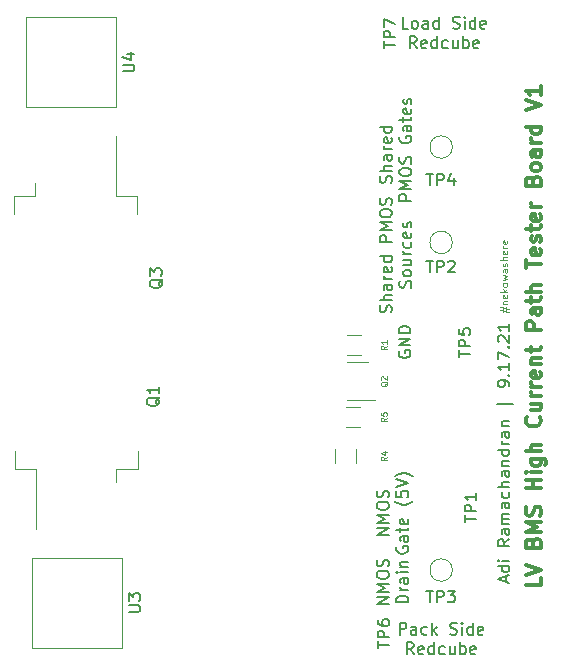
<source format=gbr>
G04 #@! TF.GenerationSoftware,KiCad,Pcbnew,(5.1.10-1-10_14)*
G04 #@! TF.CreationDate,2021-09-30T23:38:58-04:00*
G04 #@! TF.ProjectId,lv_bms_tester_board,6c765f62-6d73-45f7-9465-737465725f62,rev?*
G04 #@! TF.SameCoordinates,Original*
G04 #@! TF.FileFunction,Legend,Top*
G04 #@! TF.FilePolarity,Positive*
%FSLAX46Y46*%
G04 Gerber Fmt 4.6, Leading zero omitted, Abs format (unit mm)*
G04 Created by KiCad (PCBNEW (5.1.10-1-10_14)) date 2021-09-30 23:38:58*
%MOMM*%
%LPD*%
G01*
G04 APERTURE LIST*
%ADD10C,0.150000*%
%ADD11C,0.325000*%
%ADD12C,0.075000*%
%ADD13C,0.120000*%
%ADD14C,0.110000*%
%ADD15C,0.125000*%
G04 APERTURE END LIST*
D10*
X146844190Y-131199380D02*
X146844190Y-130199380D01*
X147225142Y-130199380D01*
X147320380Y-130247000D01*
X147368000Y-130294619D01*
X147415619Y-130389857D01*
X147415619Y-130532714D01*
X147368000Y-130627952D01*
X147320380Y-130675571D01*
X147225142Y-130723190D01*
X146844190Y-130723190D01*
X148272761Y-131199380D02*
X148272761Y-130675571D01*
X148225142Y-130580333D01*
X148129904Y-130532714D01*
X147939428Y-130532714D01*
X147844190Y-130580333D01*
X148272761Y-131151761D02*
X148177523Y-131199380D01*
X147939428Y-131199380D01*
X147844190Y-131151761D01*
X147796571Y-131056523D01*
X147796571Y-130961285D01*
X147844190Y-130866047D01*
X147939428Y-130818428D01*
X148177523Y-130818428D01*
X148272761Y-130770809D01*
X149177523Y-131151761D02*
X149082285Y-131199380D01*
X148891809Y-131199380D01*
X148796571Y-131151761D01*
X148748952Y-131104142D01*
X148701333Y-131008904D01*
X148701333Y-130723190D01*
X148748952Y-130627952D01*
X148796571Y-130580333D01*
X148891809Y-130532714D01*
X149082285Y-130532714D01*
X149177523Y-130580333D01*
X149606095Y-131199380D02*
X149606095Y-130199380D01*
X149701333Y-130818428D02*
X149987047Y-131199380D01*
X149987047Y-130532714D02*
X149606095Y-130913666D01*
X151129904Y-131151761D02*
X151272761Y-131199380D01*
X151510857Y-131199380D01*
X151606095Y-131151761D01*
X151653714Y-131104142D01*
X151701333Y-131008904D01*
X151701333Y-130913666D01*
X151653714Y-130818428D01*
X151606095Y-130770809D01*
X151510857Y-130723190D01*
X151320380Y-130675571D01*
X151225142Y-130627952D01*
X151177523Y-130580333D01*
X151129904Y-130485095D01*
X151129904Y-130389857D01*
X151177523Y-130294619D01*
X151225142Y-130247000D01*
X151320380Y-130199380D01*
X151558476Y-130199380D01*
X151701333Y-130247000D01*
X152129904Y-131199380D02*
X152129904Y-130532714D01*
X152129904Y-130199380D02*
X152082285Y-130247000D01*
X152129904Y-130294619D01*
X152177523Y-130247000D01*
X152129904Y-130199380D01*
X152129904Y-130294619D01*
X153034666Y-131199380D02*
X153034666Y-130199380D01*
X153034666Y-131151761D02*
X152939428Y-131199380D01*
X152748952Y-131199380D01*
X152653714Y-131151761D01*
X152606095Y-131104142D01*
X152558476Y-131008904D01*
X152558476Y-130723190D01*
X152606095Y-130627952D01*
X152653714Y-130580333D01*
X152748952Y-130532714D01*
X152939428Y-130532714D01*
X153034666Y-130580333D01*
X153891809Y-131151761D02*
X153796571Y-131199380D01*
X153606095Y-131199380D01*
X153510857Y-131151761D01*
X153463238Y-131056523D01*
X153463238Y-130675571D01*
X153510857Y-130580333D01*
X153606095Y-130532714D01*
X153796571Y-130532714D01*
X153891809Y-130580333D01*
X153939428Y-130675571D01*
X153939428Y-130770809D01*
X153463238Y-130866047D01*
X148034666Y-132849380D02*
X147701333Y-132373190D01*
X147463238Y-132849380D02*
X147463238Y-131849380D01*
X147844190Y-131849380D01*
X147939428Y-131897000D01*
X147987047Y-131944619D01*
X148034666Y-132039857D01*
X148034666Y-132182714D01*
X147987047Y-132277952D01*
X147939428Y-132325571D01*
X147844190Y-132373190D01*
X147463238Y-132373190D01*
X148844190Y-132801761D02*
X148748952Y-132849380D01*
X148558476Y-132849380D01*
X148463238Y-132801761D01*
X148415619Y-132706523D01*
X148415619Y-132325571D01*
X148463238Y-132230333D01*
X148558476Y-132182714D01*
X148748952Y-132182714D01*
X148844190Y-132230333D01*
X148891809Y-132325571D01*
X148891809Y-132420809D01*
X148415619Y-132516047D01*
X149748952Y-132849380D02*
X149748952Y-131849380D01*
X149748952Y-132801761D02*
X149653714Y-132849380D01*
X149463238Y-132849380D01*
X149368000Y-132801761D01*
X149320380Y-132754142D01*
X149272761Y-132658904D01*
X149272761Y-132373190D01*
X149320380Y-132277952D01*
X149368000Y-132230333D01*
X149463238Y-132182714D01*
X149653714Y-132182714D01*
X149748952Y-132230333D01*
X150653714Y-132801761D02*
X150558476Y-132849380D01*
X150368000Y-132849380D01*
X150272761Y-132801761D01*
X150225142Y-132754142D01*
X150177523Y-132658904D01*
X150177523Y-132373190D01*
X150225142Y-132277952D01*
X150272761Y-132230333D01*
X150368000Y-132182714D01*
X150558476Y-132182714D01*
X150653714Y-132230333D01*
X151510857Y-132182714D02*
X151510857Y-132849380D01*
X151082285Y-132182714D02*
X151082285Y-132706523D01*
X151129904Y-132801761D01*
X151225142Y-132849380D01*
X151368000Y-132849380D01*
X151463238Y-132801761D01*
X151510857Y-132754142D01*
X151987047Y-132849380D02*
X151987047Y-131849380D01*
X151987047Y-132230333D02*
X152082285Y-132182714D01*
X152272761Y-132182714D01*
X152368000Y-132230333D01*
X152415619Y-132277952D01*
X152463238Y-132373190D01*
X152463238Y-132658904D01*
X152415619Y-132754142D01*
X152368000Y-132801761D01*
X152272761Y-132849380D01*
X152082285Y-132849380D01*
X151987047Y-132801761D01*
X153272761Y-132801761D02*
X153177523Y-132849380D01*
X152987047Y-132849380D01*
X152891809Y-132801761D01*
X152844190Y-132706523D01*
X152844190Y-132325571D01*
X152891809Y-132230333D01*
X152987047Y-132182714D01*
X153177523Y-132182714D01*
X153272761Y-132230333D01*
X153320380Y-132325571D01*
X153320380Y-132420809D01*
X152844190Y-132516047D01*
X147598190Y-79891380D02*
X147122000Y-79891380D01*
X147122000Y-78891380D01*
X148074380Y-79891380D02*
X147979142Y-79843761D01*
X147931523Y-79796142D01*
X147883904Y-79700904D01*
X147883904Y-79415190D01*
X147931523Y-79319952D01*
X147979142Y-79272333D01*
X148074380Y-79224714D01*
X148217238Y-79224714D01*
X148312476Y-79272333D01*
X148360095Y-79319952D01*
X148407714Y-79415190D01*
X148407714Y-79700904D01*
X148360095Y-79796142D01*
X148312476Y-79843761D01*
X148217238Y-79891380D01*
X148074380Y-79891380D01*
X149264857Y-79891380D02*
X149264857Y-79367571D01*
X149217238Y-79272333D01*
X149122000Y-79224714D01*
X148931523Y-79224714D01*
X148836285Y-79272333D01*
X149264857Y-79843761D02*
X149169619Y-79891380D01*
X148931523Y-79891380D01*
X148836285Y-79843761D01*
X148788666Y-79748523D01*
X148788666Y-79653285D01*
X148836285Y-79558047D01*
X148931523Y-79510428D01*
X149169619Y-79510428D01*
X149264857Y-79462809D01*
X150169619Y-79891380D02*
X150169619Y-78891380D01*
X150169619Y-79843761D02*
X150074380Y-79891380D01*
X149883904Y-79891380D01*
X149788666Y-79843761D01*
X149741047Y-79796142D01*
X149693428Y-79700904D01*
X149693428Y-79415190D01*
X149741047Y-79319952D01*
X149788666Y-79272333D01*
X149883904Y-79224714D01*
X150074380Y-79224714D01*
X150169619Y-79272333D01*
X151360095Y-79843761D02*
X151502952Y-79891380D01*
X151741047Y-79891380D01*
X151836285Y-79843761D01*
X151883904Y-79796142D01*
X151931523Y-79700904D01*
X151931523Y-79605666D01*
X151883904Y-79510428D01*
X151836285Y-79462809D01*
X151741047Y-79415190D01*
X151550571Y-79367571D01*
X151455333Y-79319952D01*
X151407714Y-79272333D01*
X151360095Y-79177095D01*
X151360095Y-79081857D01*
X151407714Y-78986619D01*
X151455333Y-78939000D01*
X151550571Y-78891380D01*
X151788666Y-78891380D01*
X151931523Y-78939000D01*
X152360095Y-79891380D02*
X152360095Y-79224714D01*
X152360095Y-78891380D02*
X152312476Y-78939000D01*
X152360095Y-78986619D01*
X152407714Y-78939000D01*
X152360095Y-78891380D01*
X152360095Y-78986619D01*
X153264857Y-79891380D02*
X153264857Y-78891380D01*
X153264857Y-79843761D02*
X153169619Y-79891380D01*
X152979142Y-79891380D01*
X152883904Y-79843761D01*
X152836285Y-79796142D01*
X152788666Y-79700904D01*
X152788666Y-79415190D01*
X152836285Y-79319952D01*
X152883904Y-79272333D01*
X152979142Y-79224714D01*
X153169619Y-79224714D01*
X153264857Y-79272333D01*
X154122000Y-79843761D02*
X154026761Y-79891380D01*
X153836285Y-79891380D01*
X153741047Y-79843761D01*
X153693428Y-79748523D01*
X153693428Y-79367571D01*
X153741047Y-79272333D01*
X153836285Y-79224714D01*
X154026761Y-79224714D01*
X154122000Y-79272333D01*
X154169619Y-79367571D01*
X154169619Y-79462809D01*
X153693428Y-79558047D01*
X148288666Y-81541380D02*
X147955333Y-81065190D01*
X147717238Y-81541380D02*
X147717238Y-80541380D01*
X148098190Y-80541380D01*
X148193428Y-80589000D01*
X148241047Y-80636619D01*
X148288666Y-80731857D01*
X148288666Y-80874714D01*
X148241047Y-80969952D01*
X148193428Y-81017571D01*
X148098190Y-81065190D01*
X147717238Y-81065190D01*
X149098190Y-81493761D02*
X149002952Y-81541380D01*
X148812476Y-81541380D01*
X148717238Y-81493761D01*
X148669619Y-81398523D01*
X148669619Y-81017571D01*
X148717238Y-80922333D01*
X148812476Y-80874714D01*
X149002952Y-80874714D01*
X149098190Y-80922333D01*
X149145809Y-81017571D01*
X149145809Y-81112809D01*
X148669619Y-81208047D01*
X150002952Y-81541380D02*
X150002952Y-80541380D01*
X150002952Y-81493761D02*
X149907714Y-81541380D01*
X149717238Y-81541380D01*
X149622000Y-81493761D01*
X149574380Y-81446142D01*
X149526761Y-81350904D01*
X149526761Y-81065190D01*
X149574380Y-80969952D01*
X149622000Y-80922333D01*
X149717238Y-80874714D01*
X149907714Y-80874714D01*
X150002952Y-80922333D01*
X150907714Y-81493761D02*
X150812476Y-81541380D01*
X150622000Y-81541380D01*
X150526761Y-81493761D01*
X150479142Y-81446142D01*
X150431523Y-81350904D01*
X150431523Y-81065190D01*
X150479142Y-80969952D01*
X150526761Y-80922333D01*
X150622000Y-80874714D01*
X150812476Y-80874714D01*
X150907714Y-80922333D01*
X151764857Y-80874714D02*
X151764857Y-81541380D01*
X151336285Y-80874714D02*
X151336285Y-81398523D01*
X151383904Y-81493761D01*
X151479142Y-81541380D01*
X151622000Y-81541380D01*
X151717238Y-81493761D01*
X151764857Y-81446142D01*
X152241047Y-81541380D02*
X152241047Y-80541380D01*
X152241047Y-80922333D02*
X152336285Y-80874714D01*
X152526761Y-80874714D01*
X152622000Y-80922333D01*
X152669619Y-80969952D01*
X152717238Y-81065190D01*
X152717238Y-81350904D01*
X152669619Y-81446142D01*
X152622000Y-81493761D01*
X152526761Y-81541380D01*
X152336285Y-81541380D01*
X152241047Y-81493761D01*
X153526761Y-81493761D02*
X153431523Y-81541380D01*
X153241047Y-81541380D01*
X153145809Y-81493761D01*
X153098190Y-81398523D01*
X153098190Y-81017571D01*
X153145809Y-80922333D01*
X153241047Y-80874714D01*
X153431523Y-80874714D01*
X153526761Y-80922333D01*
X153574380Y-81017571D01*
X153574380Y-81112809D01*
X153098190Y-81208047D01*
X155868666Y-126752571D02*
X155868666Y-126276380D01*
X156154380Y-126847809D02*
X155154380Y-126514476D01*
X156154380Y-126181142D01*
X156154380Y-125419238D02*
X155154380Y-125419238D01*
X156106761Y-125419238D02*
X156154380Y-125514476D01*
X156154380Y-125704952D01*
X156106761Y-125800190D01*
X156059142Y-125847809D01*
X155963904Y-125895428D01*
X155678190Y-125895428D01*
X155582952Y-125847809D01*
X155535333Y-125800190D01*
X155487714Y-125704952D01*
X155487714Y-125514476D01*
X155535333Y-125419238D01*
X156154380Y-124943047D02*
X155487714Y-124943047D01*
X155154380Y-124943047D02*
X155202000Y-124990666D01*
X155249619Y-124943047D01*
X155202000Y-124895428D01*
X155154380Y-124943047D01*
X155249619Y-124943047D01*
X156154380Y-123133523D02*
X155678190Y-123466857D01*
X156154380Y-123704952D02*
X155154380Y-123704952D01*
X155154380Y-123324000D01*
X155202000Y-123228761D01*
X155249619Y-123181142D01*
X155344857Y-123133523D01*
X155487714Y-123133523D01*
X155582952Y-123181142D01*
X155630571Y-123228761D01*
X155678190Y-123324000D01*
X155678190Y-123704952D01*
X156154380Y-122276380D02*
X155630571Y-122276380D01*
X155535333Y-122324000D01*
X155487714Y-122419238D01*
X155487714Y-122609714D01*
X155535333Y-122704952D01*
X156106761Y-122276380D02*
X156154380Y-122371619D01*
X156154380Y-122609714D01*
X156106761Y-122704952D01*
X156011523Y-122752571D01*
X155916285Y-122752571D01*
X155821047Y-122704952D01*
X155773428Y-122609714D01*
X155773428Y-122371619D01*
X155725809Y-122276380D01*
X156154380Y-121800190D02*
X155487714Y-121800190D01*
X155582952Y-121800190D02*
X155535333Y-121752571D01*
X155487714Y-121657333D01*
X155487714Y-121514476D01*
X155535333Y-121419238D01*
X155630571Y-121371619D01*
X156154380Y-121371619D01*
X155630571Y-121371619D02*
X155535333Y-121324000D01*
X155487714Y-121228761D01*
X155487714Y-121085904D01*
X155535333Y-120990666D01*
X155630571Y-120943047D01*
X156154380Y-120943047D01*
X156154380Y-120038285D02*
X155630571Y-120038285D01*
X155535333Y-120085904D01*
X155487714Y-120181142D01*
X155487714Y-120371619D01*
X155535333Y-120466857D01*
X156106761Y-120038285D02*
X156154380Y-120133523D01*
X156154380Y-120371619D01*
X156106761Y-120466857D01*
X156011523Y-120514476D01*
X155916285Y-120514476D01*
X155821047Y-120466857D01*
X155773428Y-120371619D01*
X155773428Y-120133523D01*
X155725809Y-120038285D01*
X156106761Y-119133523D02*
X156154380Y-119228761D01*
X156154380Y-119419238D01*
X156106761Y-119514476D01*
X156059142Y-119562095D01*
X155963904Y-119609714D01*
X155678190Y-119609714D01*
X155582952Y-119562095D01*
X155535333Y-119514476D01*
X155487714Y-119419238D01*
X155487714Y-119228761D01*
X155535333Y-119133523D01*
X156154380Y-118704952D02*
X155154380Y-118704952D01*
X156154380Y-118276380D02*
X155630571Y-118276380D01*
X155535333Y-118324000D01*
X155487714Y-118419238D01*
X155487714Y-118562095D01*
X155535333Y-118657333D01*
X155582952Y-118704952D01*
X156154380Y-117371619D02*
X155630571Y-117371619D01*
X155535333Y-117419238D01*
X155487714Y-117514476D01*
X155487714Y-117704952D01*
X155535333Y-117800190D01*
X156106761Y-117371619D02*
X156154380Y-117466857D01*
X156154380Y-117704952D01*
X156106761Y-117800190D01*
X156011523Y-117847809D01*
X155916285Y-117847809D01*
X155821047Y-117800190D01*
X155773428Y-117704952D01*
X155773428Y-117466857D01*
X155725809Y-117371619D01*
X155487714Y-116895428D02*
X156154380Y-116895428D01*
X155582952Y-116895428D02*
X155535333Y-116847809D01*
X155487714Y-116752571D01*
X155487714Y-116609714D01*
X155535333Y-116514476D01*
X155630571Y-116466857D01*
X156154380Y-116466857D01*
X156154380Y-115562095D02*
X155154380Y-115562095D01*
X156106761Y-115562095D02*
X156154380Y-115657333D01*
X156154380Y-115847809D01*
X156106761Y-115943047D01*
X156059142Y-115990666D01*
X155963904Y-116038285D01*
X155678190Y-116038285D01*
X155582952Y-115990666D01*
X155535333Y-115943047D01*
X155487714Y-115847809D01*
X155487714Y-115657333D01*
X155535333Y-115562095D01*
X156154380Y-115085904D02*
X155487714Y-115085904D01*
X155678190Y-115085904D02*
X155582952Y-115038285D01*
X155535333Y-114990666D01*
X155487714Y-114895428D01*
X155487714Y-114800190D01*
X156154380Y-114038285D02*
X155630571Y-114038285D01*
X155535333Y-114085904D01*
X155487714Y-114181142D01*
X155487714Y-114371619D01*
X155535333Y-114466857D01*
X156106761Y-114038285D02*
X156154380Y-114133523D01*
X156154380Y-114371619D01*
X156106761Y-114466857D01*
X156011523Y-114514476D01*
X155916285Y-114514476D01*
X155821047Y-114466857D01*
X155773428Y-114371619D01*
X155773428Y-114133523D01*
X155725809Y-114038285D01*
X155487714Y-113562095D02*
X156154380Y-113562095D01*
X155582952Y-113562095D02*
X155535333Y-113514476D01*
X155487714Y-113419238D01*
X155487714Y-113276380D01*
X155535333Y-113181142D01*
X155630571Y-113133523D01*
X156154380Y-113133523D01*
X156487714Y-111657333D02*
X155059142Y-111657333D01*
X156154380Y-110133523D02*
X156154380Y-109943047D01*
X156106761Y-109847809D01*
X156059142Y-109800190D01*
X155916285Y-109704952D01*
X155725809Y-109657333D01*
X155344857Y-109657333D01*
X155249619Y-109704952D01*
X155202000Y-109752571D01*
X155154380Y-109847809D01*
X155154380Y-110038285D01*
X155202000Y-110133523D01*
X155249619Y-110181142D01*
X155344857Y-110228761D01*
X155582952Y-110228761D01*
X155678190Y-110181142D01*
X155725809Y-110133523D01*
X155773428Y-110038285D01*
X155773428Y-109847809D01*
X155725809Y-109752571D01*
X155678190Y-109704952D01*
X155582952Y-109657333D01*
X156059142Y-109228761D02*
X156106761Y-109181142D01*
X156154380Y-109228761D01*
X156106761Y-109276380D01*
X156059142Y-109228761D01*
X156154380Y-109228761D01*
X156154380Y-108228761D02*
X156154380Y-108800190D01*
X156154380Y-108514476D02*
X155154380Y-108514476D01*
X155297238Y-108609714D01*
X155392476Y-108704952D01*
X155440095Y-108800190D01*
X155154380Y-107895428D02*
X155154380Y-107228761D01*
X156154380Y-107657333D01*
X156059142Y-106847809D02*
X156106761Y-106800190D01*
X156154380Y-106847809D01*
X156106761Y-106895428D01*
X156059142Y-106847809D01*
X156154380Y-106847809D01*
X155249619Y-106419238D02*
X155202000Y-106371619D01*
X155154380Y-106276380D01*
X155154380Y-106038285D01*
X155202000Y-105943047D01*
X155249619Y-105895428D01*
X155344857Y-105847809D01*
X155440095Y-105847809D01*
X155582952Y-105895428D01*
X156154380Y-106466857D01*
X156154380Y-105847809D01*
X156154380Y-104895428D02*
X156154380Y-105466857D01*
X156154380Y-105181142D02*
X155154380Y-105181142D01*
X155297238Y-105276380D01*
X155392476Y-105371619D01*
X155440095Y-105466857D01*
D11*
X158830095Y-126377523D02*
X158830095Y-126996571D01*
X157530095Y-126996571D01*
X157530095Y-126129904D02*
X158830095Y-125696571D01*
X157530095Y-125263238D01*
X158149142Y-123406095D02*
X158211047Y-123220380D01*
X158272952Y-123158476D01*
X158396761Y-123096571D01*
X158582476Y-123096571D01*
X158706285Y-123158476D01*
X158768190Y-123220380D01*
X158830095Y-123344190D01*
X158830095Y-123839428D01*
X157530095Y-123839428D01*
X157530095Y-123406095D01*
X157592000Y-123282285D01*
X157653904Y-123220380D01*
X157777714Y-123158476D01*
X157901523Y-123158476D01*
X158025333Y-123220380D01*
X158087238Y-123282285D01*
X158149142Y-123406095D01*
X158149142Y-123839428D01*
X158830095Y-122539428D02*
X157530095Y-122539428D01*
X158458666Y-122106095D01*
X157530095Y-121672761D01*
X158830095Y-121672761D01*
X158768190Y-121115619D02*
X158830095Y-120929904D01*
X158830095Y-120620380D01*
X158768190Y-120496571D01*
X158706285Y-120434666D01*
X158582476Y-120372761D01*
X158458666Y-120372761D01*
X158334857Y-120434666D01*
X158272952Y-120496571D01*
X158211047Y-120620380D01*
X158149142Y-120868000D01*
X158087238Y-120991809D01*
X158025333Y-121053714D01*
X157901523Y-121115619D01*
X157777714Y-121115619D01*
X157653904Y-121053714D01*
X157592000Y-120991809D01*
X157530095Y-120868000D01*
X157530095Y-120558476D01*
X157592000Y-120372761D01*
X158830095Y-118825142D02*
X157530095Y-118825142D01*
X158149142Y-118825142D02*
X158149142Y-118082285D01*
X158830095Y-118082285D02*
X157530095Y-118082285D01*
X158830095Y-117463238D02*
X157963428Y-117463238D01*
X157530095Y-117463238D02*
X157592000Y-117525142D01*
X157653904Y-117463238D01*
X157592000Y-117401333D01*
X157530095Y-117463238D01*
X157653904Y-117463238D01*
X157963428Y-116287047D02*
X159015809Y-116287047D01*
X159139619Y-116348952D01*
X159201523Y-116410857D01*
X159263428Y-116534666D01*
X159263428Y-116720380D01*
X159201523Y-116844190D01*
X158768190Y-116287047D02*
X158830095Y-116410857D01*
X158830095Y-116658476D01*
X158768190Y-116782285D01*
X158706285Y-116844190D01*
X158582476Y-116906095D01*
X158211047Y-116906095D01*
X158087238Y-116844190D01*
X158025333Y-116782285D01*
X157963428Y-116658476D01*
X157963428Y-116410857D01*
X158025333Y-116287047D01*
X158830095Y-115668000D02*
X157530095Y-115668000D01*
X158830095Y-115110857D02*
X158149142Y-115110857D01*
X158025333Y-115172761D01*
X157963428Y-115296571D01*
X157963428Y-115482285D01*
X158025333Y-115606095D01*
X158087238Y-115668000D01*
X158706285Y-112758476D02*
X158768190Y-112820380D01*
X158830095Y-113006095D01*
X158830095Y-113129904D01*
X158768190Y-113315619D01*
X158644380Y-113439428D01*
X158520571Y-113501333D01*
X158272952Y-113563238D01*
X158087238Y-113563238D01*
X157839619Y-113501333D01*
X157715809Y-113439428D01*
X157592000Y-113315619D01*
X157530095Y-113129904D01*
X157530095Y-113006095D01*
X157592000Y-112820380D01*
X157653904Y-112758476D01*
X157963428Y-111644190D02*
X158830095Y-111644190D01*
X157963428Y-112201333D02*
X158644380Y-112201333D01*
X158768190Y-112139428D01*
X158830095Y-112015619D01*
X158830095Y-111829904D01*
X158768190Y-111706095D01*
X158706285Y-111644190D01*
X158830095Y-111025142D02*
X157963428Y-111025142D01*
X158211047Y-111025142D02*
X158087238Y-110963238D01*
X158025333Y-110901333D01*
X157963428Y-110777523D01*
X157963428Y-110653714D01*
X158830095Y-110220380D02*
X157963428Y-110220380D01*
X158211047Y-110220380D02*
X158087238Y-110158476D01*
X158025333Y-110096571D01*
X157963428Y-109972761D01*
X157963428Y-109848952D01*
X158768190Y-108920380D02*
X158830095Y-109044190D01*
X158830095Y-109291809D01*
X158768190Y-109415619D01*
X158644380Y-109477523D01*
X158149142Y-109477523D01*
X158025333Y-109415619D01*
X157963428Y-109291809D01*
X157963428Y-109044190D01*
X158025333Y-108920380D01*
X158149142Y-108858476D01*
X158272952Y-108858476D01*
X158396761Y-109477523D01*
X157963428Y-108301333D02*
X158830095Y-108301333D01*
X158087238Y-108301333D02*
X158025333Y-108239428D01*
X157963428Y-108115619D01*
X157963428Y-107929904D01*
X158025333Y-107806095D01*
X158149142Y-107744190D01*
X158830095Y-107744190D01*
X157963428Y-107310857D02*
X157963428Y-106815619D01*
X157530095Y-107125142D02*
X158644380Y-107125142D01*
X158768190Y-107063238D01*
X158830095Y-106939428D01*
X158830095Y-106815619D01*
X158830095Y-105391809D02*
X157530095Y-105391809D01*
X157530095Y-104896571D01*
X157592000Y-104772761D01*
X157653904Y-104710857D01*
X157777714Y-104648952D01*
X157963428Y-104648952D01*
X158087238Y-104710857D01*
X158149142Y-104772761D01*
X158211047Y-104896571D01*
X158211047Y-105391809D01*
X158830095Y-103534666D02*
X158149142Y-103534666D01*
X158025333Y-103596571D01*
X157963428Y-103720380D01*
X157963428Y-103968000D01*
X158025333Y-104091809D01*
X158768190Y-103534666D02*
X158830095Y-103658476D01*
X158830095Y-103968000D01*
X158768190Y-104091809D01*
X158644380Y-104153714D01*
X158520571Y-104153714D01*
X158396761Y-104091809D01*
X158334857Y-103968000D01*
X158334857Y-103658476D01*
X158272952Y-103534666D01*
X157963428Y-103101333D02*
X157963428Y-102606095D01*
X157530095Y-102915619D02*
X158644380Y-102915619D01*
X158768190Y-102853714D01*
X158830095Y-102729904D01*
X158830095Y-102606095D01*
X158830095Y-102172761D02*
X157530095Y-102172761D01*
X158830095Y-101615619D02*
X158149142Y-101615619D01*
X158025333Y-101677523D01*
X157963428Y-101801333D01*
X157963428Y-101987047D01*
X158025333Y-102110857D01*
X158087238Y-102172761D01*
X157530095Y-100191809D02*
X157530095Y-99448952D01*
X158830095Y-99820380D02*
X157530095Y-99820380D01*
X158768190Y-98520380D02*
X158830095Y-98644190D01*
X158830095Y-98891809D01*
X158768190Y-99015619D01*
X158644380Y-99077523D01*
X158149142Y-99077523D01*
X158025333Y-99015619D01*
X157963428Y-98891809D01*
X157963428Y-98644190D01*
X158025333Y-98520380D01*
X158149142Y-98458476D01*
X158272952Y-98458476D01*
X158396761Y-99077523D01*
X158768190Y-97963238D02*
X158830095Y-97839428D01*
X158830095Y-97591809D01*
X158768190Y-97468000D01*
X158644380Y-97406095D01*
X158582476Y-97406095D01*
X158458666Y-97468000D01*
X158396761Y-97591809D01*
X158396761Y-97777523D01*
X158334857Y-97901333D01*
X158211047Y-97963238D01*
X158149142Y-97963238D01*
X158025333Y-97901333D01*
X157963428Y-97777523D01*
X157963428Y-97591809D01*
X158025333Y-97468000D01*
X157963428Y-97034666D02*
X157963428Y-96539428D01*
X157530095Y-96848952D02*
X158644380Y-96848952D01*
X158768190Y-96787047D01*
X158830095Y-96663238D01*
X158830095Y-96539428D01*
X158768190Y-95610857D02*
X158830095Y-95734666D01*
X158830095Y-95982285D01*
X158768190Y-96106095D01*
X158644380Y-96168000D01*
X158149142Y-96168000D01*
X158025333Y-96106095D01*
X157963428Y-95982285D01*
X157963428Y-95734666D01*
X158025333Y-95610857D01*
X158149142Y-95548952D01*
X158272952Y-95548952D01*
X158396761Y-96168000D01*
X158830095Y-94991809D02*
X157963428Y-94991809D01*
X158211047Y-94991809D02*
X158087238Y-94929904D01*
X158025333Y-94868000D01*
X157963428Y-94744190D01*
X157963428Y-94620380D01*
X158149142Y-92763238D02*
X158211047Y-92577523D01*
X158272952Y-92515619D01*
X158396761Y-92453714D01*
X158582476Y-92453714D01*
X158706285Y-92515619D01*
X158768190Y-92577523D01*
X158830095Y-92701333D01*
X158830095Y-93196571D01*
X157530095Y-93196571D01*
X157530095Y-92763238D01*
X157592000Y-92639428D01*
X157653904Y-92577523D01*
X157777714Y-92515619D01*
X157901523Y-92515619D01*
X158025333Y-92577523D01*
X158087238Y-92639428D01*
X158149142Y-92763238D01*
X158149142Y-93196571D01*
X158830095Y-91710857D02*
X158768190Y-91834666D01*
X158706285Y-91896571D01*
X158582476Y-91958476D01*
X158211047Y-91958476D01*
X158087238Y-91896571D01*
X158025333Y-91834666D01*
X157963428Y-91710857D01*
X157963428Y-91525142D01*
X158025333Y-91401333D01*
X158087238Y-91339428D01*
X158211047Y-91277523D01*
X158582476Y-91277523D01*
X158706285Y-91339428D01*
X158768190Y-91401333D01*
X158830095Y-91525142D01*
X158830095Y-91710857D01*
X158830095Y-90163238D02*
X158149142Y-90163238D01*
X158025333Y-90225142D01*
X157963428Y-90348952D01*
X157963428Y-90596571D01*
X158025333Y-90720380D01*
X158768190Y-90163238D02*
X158830095Y-90287047D01*
X158830095Y-90596571D01*
X158768190Y-90720380D01*
X158644380Y-90782285D01*
X158520571Y-90782285D01*
X158396761Y-90720380D01*
X158334857Y-90596571D01*
X158334857Y-90287047D01*
X158272952Y-90163238D01*
X158830095Y-89544190D02*
X157963428Y-89544190D01*
X158211047Y-89544190D02*
X158087238Y-89482285D01*
X158025333Y-89420380D01*
X157963428Y-89296571D01*
X157963428Y-89172761D01*
X158830095Y-88182285D02*
X157530095Y-88182285D01*
X158768190Y-88182285D02*
X158830095Y-88306095D01*
X158830095Y-88553714D01*
X158768190Y-88677523D01*
X158706285Y-88739428D01*
X158582476Y-88801333D01*
X158211047Y-88801333D01*
X158087238Y-88739428D01*
X158025333Y-88677523D01*
X157963428Y-88553714D01*
X157963428Y-88306095D01*
X158025333Y-88182285D01*
X157530095Y-86758476D02*
X158830095Y-86325142D01*
X157530095Y-85891809D01*
X158830095Y-84777523D02*
X158830095Y-85520380D01*
X158830095Y-85148952D02*
X157530095Y-85148952D01*
X157715809Y-85272761D01*
X157839619Y-85396571D01*
X157901523Y-85520380D01*
D10*
X145931380Y-122761142D02*
X144931380Y-122761142D01*
X145931380Y-122189714D01*
X144931380Y-122189714D01*
X145931380Y-121713523D02*
X144931380Y-121713523D01*
X145645666Y-121380190D01*
X144931380Y-121046857D01*
X145931380Y-121046857D01*
X144931380Y-120380190D02*
X144931380Y-120189714D01*
X144979000Y-120094476D01*
X145074238Y-119999238D01*
X145264714Y-119951619D01*
X145598047Y-119951619D01*
X145788523Y-119999238D01*
X145883761Y-120094476D01*
X145931380Y-120189714D01*
X145931380Y-120380190D01*
X145883761Y-120475428D01*
X145788523Y-120570666D01*
X145598047Y-120618285D01*
X145264714Y-120618285D01*
X145074238Y-120570666D01*
X144979000Y-120475428D01*
X144931380Y-120380190D01*
X145883761Y-119570666D02*
X145931380Y-119427809D01*
X145931380Y-119189714D01*
X145883761Y-119094476D01*
X145836142Y-119046857D01*
X145740904Y-118999238D01*
X145645666Y-118999238D01*
X145550428Y-119046857D01*
X145502809Y-119094476D01*
X145455190Y-119189714D01*
X145407571Y-119380190D01*
X145359952Y-119475428D01*
X145312333Y-119523047D01*
X145217095Y-119570666D01*
X145121857Y-119570666D01*
X145026619Y-119523047D01*
X144979000Y-119475428D01*
X144931380Y-119380190D01*
X144931380Y-119142095D01*
X144979000Y-118999238D01*
X146629000Y-123761142D02*
X146581380Y-123856380D01*
X146581380Y-123999238D01*
X146629000Y-124142095D01*
X146724238Y-124237333D01*
X146819476Y-124284952D01*
X147009952Y-124332571D01*
X147152809Y-124332571D01*
X147343285Y-124284952D01*
X147438523Y-124237333D01*
X147533761Y-124142095D01*
X147581380Y-123999238D01*
X147581380Y-123904000D01*
X147533761Y-123761142D01*
X147486142Y-123713523D01*
X147152809Y-123713523D01*
X147152809Y-123904000D01*
X147581380Y-122856380D02*
X147057571Y-122856380D01*
X146962333Y-122904000D01*
X146914714Y-122999238D01*
X146914714Y-123189714D01*
X146962333Y-123284952D01*
X147533761Y-122856380D02*
X147581380Y-122951619D01*
X147581380Y-123189714D01*
X147533761Y-123284952D01*
X147438523Y-123332571D01*
X147343285Y-123332571D01*
X147248047Y-123284952D01*
X147200428Y-123189714D01*
X147200428Y-122951619D01*
X147152809Y-122856380D01*
X146914714Y-122523047D02*
X146914714Y-122142095D01*
X146581380Y-122380190D02*
X147438523Y-122380190D01*
X147533761Y-122332571D01*
X147581380Y-122237333D01*
X147581380Y-122142095D01*
X147533761Y-121427809D02*
X147581380Y-121523047D01*
X147581380Y-121713523D01*
X147533761Y-121808761D01*
X147438523Y-121856380D01*
X147057571Y-121856380D01*
X146962333Y-121808761D01*
X146914714Y-121713523D01*
X146914714Y-121523047D01*
X146962333Y-121427809D01*
X147057571Y-121380190D01*
X147152809Y-121380190D01*
X147248047Y-121856380D01*
X147962333Y-119904000D02*
X147914714Y-119951619D01*
X147771857Y-120046857D01*
X147676619Y-120094476D01*
X147533761Y-120142095D01*
X147295666Y-120189714D01*
X147105190Y-120189714D01*
X146867095Y-120142095D01*
X146724238Y-120094476D01*
X146629000Y-120046857D01*
X146486142Y-119951619D01*
X146438523Y-119904000D01*
X146581380Y-119046857D02*
X146581380Y-119523047D01*
X147057571Y-119570666D01*
X147009952Y-119523047D01*
X146962333Y-119427809D01*
X146962333Y-119189714D01*
X147009952Y-119094476D01*
X147057571Y-119046857D01*
X147152809Y-118999238D01*
X147390904Y-118999238D01*
X147486142Y-119046857D01*
X147533761Y-119094476D01*
X147581380Y-119189714D01*
X147581380Y-119427809D01*
X147533761Y-119523047D01*
X147486142Y-119570666D01*
X146581380Y-118713523D02*
X147581380Y-118380190D01*
X146581380Y-118046857D01*
X147962333Y-117808761D02*
X147914714Y-117761142D01*
X147771857Y-117665904D01*
X147676619Y-117618285D01*
X147533761Y-117570666D01*
X147295666Y-117523047D01*
X147105190Y-117523047D01*
X146867095Y-117570666D01*
X146724238Y-117618285D01*
X146629000Y-117665904D01*
X146486142Y-117761142D01*
X146438523Y-117808761D01*
X146820000Y-107187904D02*
X146772380Y-107283142D01*
X146772380Y-107426000D01*
X146820000Y-107568857D01*
X146915238Y-107664095D01*
X147010476Y-107711714D01*
X147200952Y-107759333D01*
X147343809Y-107759333D01*
X147534285Y-107711714D01*
X147629523Y-107664095D01*
X147724761Y-107568857D01*
X147772380Y-107426000D01*
X147772380Y-107330761D01*
X147724761Y-107187904D01*
X147677142Y-107140285D01*
X147343809Y-107140285D01*
X147343809Y-107330761D01*
X147772380Y-106711714D02*
X146772380Y-106711714D01*
X147772380Y-106140285D01*
X146772380Y-106140285D01*
X147772380Y-105664095D02*
X146772380Y-105664095D01*
X146772380Y-105426000D01*
X146820000Y-105283142D01*
X146915238Y-105187904D01*
X147010476Y-105140285D01*
X147200952Y-105092666D01*
X147343809Y-105092666D01*
X147534285Y-105140285D01*
X147629523Y-105187904D01*
X147724761Y-105283142D01*
X147772380Y-105426000D01*
X147772380Y-105664095D01*
X145931380Y-128603142D02*
X144931380Y-128603142D01*
X145931380Y-128031714D01*
X144931380Y-128031714D01*
X145931380Y-127555523D02*
X144931380Y-127555523D01*
X145645666Y-127222190D01*
X144931380Y-126888857D01*
X145931380Y-126888857D01*
X144931380Y-126222190D02*
X144931380Y-126031714D01*
X144979000Y-125936476D01*
X145074238Y-125841238D01*
X145264714Y-125793619D01*
X145598047Y-125793619D01*
X145788523Y-125841238D01*
X145883761Y-125936476D01*
X145931380Y-126031714D01*
X145931380Y-126222190D01*
X145883761Y-126317428D01*
X145788523Y-126412666D01*
X145598047Y-126460285D01*
X145264714Y-126460285D01*
X145074238Y-126412666D01*
X144979000Y-126317428D01*
X144931380Y-126222190D01*
X145883761Y-125412666D02*
X145931380Y-125269809D01*
X145931380Y-125031714D01*
X145883761Y-124936476D01*
X145836142Y-124888857D01*
X145740904Y-124841238D01*
X145645666Y-124841238D01*
X145550428Y-124888857D01*
X145502809Y-124936476D01*
X145455190Y-125031714D01*
X145407571Y-125222190D01*
X145359952Y-125317428D01*
X145312333Y-125365047D01*
X145217095Y-125412666D01*
X145121857Y-125412666D01*
X145026619Y-125365047D01*
X144979000Y-125317428D01*
X144931380Y-125222190D01*
X144931380Y-124984095D01*
X144979000Y-124841238D01*
X147581380Y-128460285D02*
X146581380Y-128460285D01*
X146581380Y-128222190D01*
X146629000Y-128079333D01*
X146724238Y-127984095D01*
X146819476Y-127936476D01*
X147009952Y-127888857D01*
X147152809Y-127888857D01*
X147343285Y-127936476D01*
X147438523Y-127984095D01*
X147533761Y-128079333D01*
X147581380Y-128222190D01*
X147581380Y-128460285D01*
X147581380Y-127460285D02*
X146914714Y-127460285D01*
X147105190Y-127460285D02*
X147009952Y-127412666D01*
X146962333Y-127365047D01*
X146914714Y-127269809D01*
X146914714Y-127174571D01*
X147581380Y-126412666D02*
X147057571Y-126412666D01*
X146962333Y-126460285D01*
X146914714Y-126555523D01*
X146914714Y-126746000D01*
X146962333Y-126841238D01*
X147533761Y-126412666D02*
X147581380Y-126507904D01*
X147581380Y-126746000D01*
X147533761Y-126841238D01*
X147438523Y-126888857D01*
X147343285Y-126888857D01*
X147248047Y-126841238D01*
X147200428Y-126746000D01*
X147200428Y-126507904D01*
X147152809Y-126412666D01*
X147581380Y-125936476D02*
X146914714Y-125936476D01*
X146581380Y-125936476D02*
X146629000Y-125984095D01*
X146676619Y-125936476D01*
X146629000Y-125888857D01*
X146581380Y-125936476D01*
X146676619Y-125936476D01*
X146914714Y-125460285D02*
X147581380Y-125460285D01*
X147009952Y-125460285D02*
X146962333Y-125412666D01*
X146914714Y-125317428D01*
X146914714Y-125174571D01*
X146962333Y-125079333D01*
X147057571Y-125031714D01*
X147581380Y-125031714D01*
X146137761Y-92931904D02*
X146185380Y-92789047D01*
X146185380Y-92550952D01*
X146137761Y-92455714D01*
X146090142Y-92408095D01*
X145994904Y-92360476D01*
X145899666Y-92360476D01*
X145804428Y-92408095D01*
X145756809Y-92455714D01*
X145709190Y-92550952D01*
X145661571Y-92741428D01*
X145613952Y-92836666D01*
X145566333Y-92884285D01*
X145471095Y-92931904D01*
X145375857Y-92931904D01*
X145280619Y-92884285D01*
X145233000Y-92836666D01*
X145185380Y-92741428D01*
X145185380Y-92503333D01*
X145233000Y-92360476D01*
X146185380Y-91931904D02*
X145185380Y-91931904D01*
X146185380Y-91503333D02*
X145661571Y-91503333D01*
X145566333Y-91550952D01*
X145518714Y-91646190D01*
X145518714Y-91789047D01*
X145566333Y-91884285D01*
X145613952Y-91931904D01*
X146185380Y-90598571D02*
X145661571Y-90598571D01*
X145566333Y-90646190D01*
X145518714Y-90741428D01*
X145518714Y-90931904D01*
X145566333Y-91027142D01*
X146137761Y-90598571D02*
X146185380Y-90693809D01*
X146185380Y-90931904D01*
X146137761Y-91027142D01*
X146042523Y-91074761D01*
X145947285Y-91074761D01*
X145852047Y-91027142D01*
X145804428Y-90931904D01*
X145804428Y-90693809D01*
X145756809Y-90598571D01*
X146185380Y-90122380D02*
X145518714Y-90122380D01*
X145709190Y-90122380D02*
X145613952Y-90074761D01*
X145566333Y-90027142D01*
X145518714Y-89931904D01*
X145518714Y-89836666D01*
X146137761Y-89122380D02*
X146185380Y-89217619D01*
X146185380Y-89408095D01*
X146137761Y-89503333D01*
X146042523Y-89550952D01*
X145661571Y-89550952D01*
X145566333Y-89503333D01*
X145518714Y-89408095D01*
X145518714Y-89217619D01*
X145566333Y-89122380D01*
X145661571Y-89074761D01*
X145756809Y-89074761D01*
X145852047Y-89550952D01*
X146185380Y-88217619D02*
X145185380Y-88217619D01*
X146137761Y-88217619D02*
X146185380Y-88312857D01*
X146185380Y-88503333D01*
X146137761Y-88598571D01*
X146090142Y-88646190D01*
X145994904Y-88693809D01*
X145709190Y-88693809D01*
X145613952Y-88646190D01*
X145566333Y-88598571D01*
X145518714Y-88503333D01*
X145518714Y-88312857D01*
X145566333Y-88217619D01*
X147835380Y-94455714D02*
X146835380Y-94455714D01*
X146835380Y-94074761D01*
X146883000Y-93979523D01*
X146930619Y-93931904D01*
X147025857Y-93884285D01*
X147168714Y-93884285D01*
X147263952Y-93931904D01*
X147311571Y-93979523D01*
X147359190Y-94074761D01*
X147359190Y-94455714D01*
X147835380Y-93455714D02*
X146835380Y-93455714D01*
X147549666Y-93122380D01*
X146835380Y-92789047D01*
X147835380Y-92789047D01*
X146835380Y-92122380D02*
X146835380Y-91931904D01*
X146883000Y-91836666D01*
X146978238Y-91741428D01*
X147168714Y-91693809D01*
X147502047Y-91693809D01*
X147692523Y-91741428D01*
X147787761Y-91836666D01*
X147835380Y-91931904D01*
X147835380Y-92122380D01*
X147787761Y-92217619D01*
X147692523Y-92312857D01*
X147502047Y-92360476D01*
X147168714Y-92360476D01*
X146978238Y-92312857D01*
X146883000Y-92217619D01*
X146835380Y-92122380D01*
X147787761Y-91312857D02*
X147835380Y-91170000D01*
X147835380Y-90931904D01*
X147787761Y-90836666D01*
X147740142Y-90789047D01*
X147644904Y-90741428D01*
X147549666Y-90741428D01*
X147454428Y-90789047D01*
X147406809Y-90836666D01*
X147359190Y-90931904D01*
X147311571Y-91122380D01*
X147263952Y-91217619D01*
X147216333Y-91265238D01*
X147121095Y-91312857D01*
X147025857Y-91312857D01*
X146930619Y-91265238D01*
X146883000Y-91217619D01*
X146835380Y-91122380D01*
X146835380Y-90884285D01*
X146883000Y-90741428D01*
X146883000Y-89027142D02*
X146835380Y-89122380D01*
X146835380Y-89265238D01*
X146883000Y-89408095D01*
X146978238Y-89503333D01*
X147073476Y-89550952D01*
X147263952Y-89598571D01*
X147406809Y-89598571D01*
X147597285Y-89550952D01*
X147692523Y-89503333D01*
X147787761Y-89408095D01*
X147835380Y-89265238D01*
X147835380Y-89170000D01*
X147787761Y-89027142D01*
X147740142Y-88979523D01*
X147406809Y-88979523D01*
X147406809Y-89170000D01*
X147835380Y-88122380D02*
X147311571Y-88122380D01*
X147216333Y-88170000D01*
X147168714Y-88265238D01*
X147168714Y-88455714D01*
X147216333Y-88550952D01*
X147787761Y-88122380D02*
X147835380Y-88217619D01*
X147835380Y-88455714D01*
X147787761Y-88550952D01*
X147692523Y-88598571D01*
X147597285Y-88598571D01*
X147502047Y-88550952D01*
X147454428Y-88455714D01*
X147454428Y-88217619D01*
X147406809Y-88122380D01*
X147168714Y-87789047D02*
X147168714Y-87408095D01*
X146835380Y-87646190D02*
X147692523Y-87646190D01*
X147787761Y-87598571D01*
X147835380Y-87503333D01*
X147835380Y-87408095D01*
X147787761Y-86693809D02*
X147835380Y-86789047D01*
X147835380Y-86979523D01*
X147787761Y-87074761D01*
X147692523Y-87122380D01*
X147311571Y-87122380D01*
X147216333Y-87074761D01*
X147168714Y-86979523D01*
X147168714Y-86789047D01*
X147216333Y-86693809D01*
X147311571Y-86646190D01*
X147406809Y-86646190D01*
X147502047Y-87122380D01*
X147787761Y-86265238D02*
X147835380Y-86170000D01*
X147835380Y-85979523D01*
X147787761Y-85884285D01*
X147692523Y-85836666D01*
X147644904Y-85836666D01*
X147549666Y-85884285D01*
X147502047Y-85979523D01*
X147502047Y-86122380D01*
X147454428Y-86217619D01*
X147359190Y-86265238D01*
X147311571Y-86265238D01*
X147216333Y-86217619D01*
X147168714Y-86122380D01*
X147168714Y-85979523D01*
X147216333Y-85884285D01*
X146137761Y-103893333D02*
X146185380Y-103750476D01*
X146185380Y-103512380D01*
X146137761Y-103417142D01*
X146090142Y-103369523D01*
X145994904Y-103321904D01*
X145899666Y-103321904D01*
X145804428Y-103369523D01*
X145756809Y-103417142D01*
X145709190Y-103512380D01*
X145661571Y-103702857D01*
X145613952Y-103798095D01*
X145566333Y-103845714D01*
X145471095Y-103893333D01*
X145375857Y-103893333D01*
X145280619Y-103845714D01*
X145233000Y-103798095D01*
X145185380Y-103702857D01*
X145185380Y-103464761D01*
X145233000Y-103321904D01*
X146185380Y-102893333D02*
X145185380Y-102893333D01*
X146185380Y-102464761D02*
X145661571Y-102464761D01*
X145566333Y-102512380D01*
X145518714Y-102607619D01*
X145518714Y-102750476D01*
X145566333Y-102845714D01*
X145613952Y-102893333D01*
X146185380Y-101560000D02*
X145661571Y-101560000D01*
X145566333Y-101607619D01*
X145518714Y-101702857D01*
X145518714Y-101893333D01*
X145566333Y-101988571D01*
X146137761Y-101560000D02*
X146185380Y-101655238D01*
X146185380Y-101893333D01*
X146137761Y-101988571D01*
X146042523Y-102036190D01*
X145947285Y-102036190D01*
X145852047Y-101988571D01*
X145804428Y-101893333D01*
X145804428Y-101655238D01*
X145756809Y-101560000D01*
X146185380Y-101083809D02*
X145518714Y-101083809D01*
X145709190Y-101083809D02*
X145613952Y-101036190D01*
X145566333Y-100988571D01*
X145518714Y-100893333D01*
X145518714Y-100798095D01*
X146137761Y-100083809D02*
X146185380Y-100179047D01*
X146185380Y-100369523D01*
X146137761Y-100464761D01*
X146042523Y-100512380D01*
X145661571Y-100512380D01*
X145566333Y-100464761D01*
X145518714Y-100369523D01*
X145518714Y-100179047D01*
X145566333Y-100083809D01*
X145661571Y-100036190D01*
X145756809Y-100036190D01*
X145852047Y-100512380D01*
X146185380Y-99179047D02*
X145185380Y-99179047D01*
X146137761Y-99179047D02*
X146185380Y-99274285D01*
X146185380Y-99464761D01*
X146137761Y-99560000D01*
X146090142Y-99607619D01*
X145994904Y-99655238D01*
X145709190Y-99655238D01*
X145613952Y-99607619D01*
X145566333Y-99560000D01*
X145518714Y-99464761D01*
X145518714Y-99274285D01*
X145566333Y-99179047D01*
X146185380Y-97940952D02*
X145185380Y-97940952D01*
X145185380Y-97560000D01*
X145233000Y-97464761D01*
X145280619Y-97417142D01*
X145375857Y-97369523D01*
X145518714Y-97369523D01*
X145613952Y-97417142D01*
X145661571Y-97464761D01*
X145709190Y-97560000D01*
X145709190Y-97940952D01*
X146185380Y-96940952D02*
X145185380Y-96940952D01*
X145899666Y-96607619D01*
X145185380Y-96274285D01*
X146185380Y-96274285D01*
X145185380Y-95607619D02*
X145185380Y-95417142D01*
X145233000Y-95321904D01*
X145328238Y-95226666D01*
X145518714Y-95179047D01*
X145852047Y-95179047D01*
X146042523Y-95226666D01*
X146137761Y-95321904D01*
X146185380Y-95417142D01*
X146185380Y-95607619D01*
X146137761Y-95702857D01*
X146042523Y-95798095D01*
X145852047Y-95845714D01*
X145518714Y-95845714D01*
X145328238Y-95798095D01*
X145233000Y-95702857D01*
X145185380Y-95607619D01*
X146137761Y-94798095D02*
X146185380Y-94655238D01*
X146185380Y-94417142D01*
X146137761Y-94321904D01*
X146090142Y-94274285D01*
X145994904Y-94226666D01*
X145899666Y-94226666D01*
X145804428Y-94274285D01*
X145756809Y-94321904D01*
X145709190Y-94417142D01*
X145661571Y-94607619D01*
X145613952Y-94702857D01*
X145566333Y-94750476D01*
X145471095Y-94798095D01*
X145375857Y-94798095D01*
X145280619Y-94750476D01*
X145233000Y-94702857D01*
X145185380Y-94607619D01*
X145185380Y-94369523D01*
X145233000Y-94226666D01*
X147787761Y-101821904D02*
X147835380Y-101679047D01*
X147835380Y-101440952D01*
X147787761Y-101345714D01*
X147740142Y-101298095D01*
X147644904Y-101250476D01*
X147549666Y-101250476D01*
X147454428Y-101298095D01*
X147406809Y-101345714D01*
X147359190Y-101440952D01*
X147311571Y-101631428D01*
X147263952Y-101726666D01*
X147216333Y-101774285D01*
X147121095Y-101821904D01*
X147025857Y-101821904D01*
X146930619Y-101774285D01*
X146883000Y-101726666D01*
X146835380Y-101631428D01*
X146835380Y-101393333D01*
X146883000Y-101250476D01*
X147835380Y-100679047D02*
X147787761Y-100774285D01*
X147740142Y-100821904D01*
X147644904Y-100869523D01*
X147359190Y-100869523D01*
X147263952Y-100821904D01*
X147216333Y-100774285D01*
X147168714Y-100679047D01*
X147168714Y-100536190D01*
X147216333Y-100440952D01*
X147263952Y-100393333D01*
X147359190Y-100345714D01*
X147644904Y-100345714D01*
X147740142Y-100393333D01*
X147787761Y-100440952D01*
X147835380Y-100536190D01*
X147835380Y-100679047D01*
X147168714Y-99488571D02*
X147835380Y-99488571D01*
X147168714Y-99917142D02*
X147692523Y-99917142D01*
X147787761Y-99869523D01*
X147835380Y-99774285D01*
X147835380Y-99631428D01*
X147787761Y-99536190D01*
X147740142Y-99488571D01*
X147835380Y-99012380D02*
X147168714Y-99012380D01*
X147359190Y-99012380D02*
X147263952Y-98964761D01*
X147216333Y-98917142D01*
X147168714Y-98821904D01*
X147168714Y-98726666D01*
X147787761Y-97964761D02*
X147835380Y-98060000D01*
X147835380Y-98250476D01*
X147787761Y-98345714D01*
X147740142Y-98393333D01*
X147644904Y-98440952D01*
X147359190Y-98440952D01*
X147263952Y-98393333D01*
X147216333Y-98345714D01*
X147168714Y-98250476D01*
X147168714Y-98060000D01*
X147216333Y-97964761D01*
X147787761Y-97155238D02*
X147835380Y-97250476D01*
X147835380Y-97440952D01*
X147787761Y-97536190D01*
X147692523Y-97583809D01*
X147311571Y-97583809D01*
X147216333Y-97536190D01*
X147168714Y-97440952D01*
X147168714Y-97250476D01*
X147216333Y-97155238D01*
X147311571Y-97107619D01*
X147406809Y-97107619D01*
X147502047Y-97583809D01*
X147787761Y-96726666D02*
X147835380Y-96631428D01*
X147835380Y-96440952D01*
X147787761Y-96345714D01*
X147692523Y-96298095D01*
X147644904Y-96298095D01*
X147549666Y-96345714D01*
X147502047Y-96440952D01*
X147502047Y-96583809D01*
X147454428Y-96679047D01*
X147359190Y-96726666D01*
X147311571Y-96726666D01*
X147216333Y-96679047D01*
X147168714Y-96583809D01*
X147168714Y-96440952D01*
X147216333Y-96345714D01*
D12*
X155573428Y-103866571D02*
X155573428Y-103438000D01*
X155316285Y-103695142D02*
X156087714Y-103866571D01*
X155830571Y-103495142D02*
X155830571Y-103923714D01*
X156087714Y-103666571D02*
X155316285Y-103495142D01*
X155573428Y-103238000D02*
X155973428Y-103238000D01*
X155630571Y-103238000D02*
X155602000Y-103209428D01*
X155573428Y-103152285D01*
X155573428Y-103066571D01*
X155602000Y-103009428D01*
X155659142Y-102980857D01*
X155973428Y-102980857D01*
X155944857Y-102466571D02*
X155973428Y-102523714D01*
X155973428Y-102638000D01*
X155944857Y-102695142D01*
X155887714Y-102723714D01*
X155659142Y-102723714D01*
X155602000Y-102695142D01*
X155573428Y-102638000D01*
X155573428Y-102523714D01*
X155602000Y-102466571D01*
X155659142Y-102438000D01*
X155716285Y-102438000D01*
X155773428Y-102723714D01*
X155973428Y-102180857D02*
X155373428Y-102180857D01*
X155744857Y-102123714D02*
X155973428Y-101952285D01*
X155573428Y-101952285D02*
X155802000Y-102180857D01*
X155973428Y-101609428D02*
X155944857Y-101666571D01*
X155916285Y-101695142D01*
X155859142Y-101723714D01*
X155687714Y-101723714D01*
X155630571Y-101695142D01*
X155602000Y-101666571D01*
X155573428Y-101609428D01*
X155573428Y-101523714D01*
X155602000Y-101466571D01*
X155630571Y-101438000D01*
X155687714Y-101409428D01*
X155859142Y-101409428D01*
X155916285Y-101438000D01*
X155944857Y-101466571D01*
X155973428Y-101523714D01*
X155973428Y-101609428D01*
X155573428Y-101209428D02*
X155973428Y-101095142D01*
X155687714Y-100980857D01*
X155973428Y-100866571D01*
X155573428Y-100752285D01*
X155973428Y-100266571D02*
X155659142Y-100266571D01*
X155602000Y-100295142D01*
X155573428Y-100352285D01*
X155573428Y-100466571D01*
X155602000Y-100523714D01*
X155944857Y-100266571D02*
X155973428Y-100323714D01*
X155973428Y-100466571D01*
X155944857Y-100523714D01*
X155887714Y-100552285D01*
X155830571Y-100552285D01*
X155773428Y-100523714D01*
X155744857Y-100466571D01*
X155744857Y-100323714D01*
X155716285Y-100266571D01*
X155944857Y-100009428D02*
X155973428Y-99952285D01*
X155973428Y-99838000D01*
X155944857Y-99780857D01*
X155887714Y-99752285D01*
X155859142Y-99752285D01*
X155802000Y-99780857D01*
X155773428Y-99838000D01*
X155773428Y-99923714D01*
X155744857Y-99980857D01*
X155687714Y-100009428D01*
X155659142Y-100009428D01*
X155602000Y-99980857D01*
X155573428Y-99923714D01*
X155573428Y-99838000D01*
X155602000Y-99780857D01*
X155973428Y-99495142D02*
X155373428Y-99495142D01*
X155973428Y-99238000D02*
X155659142Y-99238000D01*
X155602000Y-99266571D01*
X155573428Y-99323714D01*
X155573428Y-99409428D01*
X155602000Y-99466571D01*
X155630571Y-99495142D01*
X155944857Y-98723714D02*
X155973428Y-98780857D01*
X155973428Y-98895142D01*
X155944857Y-98952285D01*
X155887714Y-98980857D01*
X155659142Y-98980857D01*
X155602000Y-98952285D01*
X155573428Y-98895142D01*
X155573428Y-98780857D01*
X155602000Y-98723714D01*
X155659142Y-98695142D01*
X155716285Y-98695142D01*
X155773428Y-98980857D01*
X155973428Y-98438000D02*
X155573428Y-98438000D01*
X155687714Y-98438000D02*
X155630571Y-98409428D01*
X155602000Y-98380857D01*
X155573428Y-98323714D01*
X155573428Y-98266571D01*
X155944857Y-97838000D02*
X155973428Y-97895142D01*
X155973428Y-98009428D01*
X155944857Y-98066571D01*
X155887714Y-98095142D01*
X155659142Y-98095142D01*
X155602000Y-98066571D01*
X155573428Y-98009428D01*
X155573428Y-97895142D01*
X155602000Y-97838000D01*
X155659142Y-97809428D01*
X155716285Y-97809428D01*
X155773428Y-98095142D01*
D13*
X142402000Y-105800000D02*
X143602000Y-105800000D01*
X143602000Y-107560000D02*
X142402000Y-107560000D01*
X151318000Y-89916000D02*
G75*
G03*
X151318000Y-89916000I-950000J0D01*
G01*
X151318000Y-125730000D02*
G75*
G03*
X151318000Y-125730000I-950000J0D01*
G01*
X151318000Y-97986000D02*
G75*
G03*
X151318000Y-97986000I-950000J0D01*
G01*
X143536000Y-113656000D02*
X142336000Y-113656000D01*
X142336000Y-111896000D02*
X143536000Y-111896000D01*
X143120000Y-115478000D02*
X143120000Y-116678000D01*
X141360000Y-116678000D02*
X141360000Y-115478000D01*
X144156000Y-108118000D02*
X142356000Y-108118000D01*
X142356000Y-111338000D02*
X144806000Y-111338000D01*
X115190000Y-86560000D02*
X115190000Y-78940000D01*
X122810000Y-86560000D02*
X115190000Y-86560000D01*
X122810000Y-78940000D02*
X122810000Y-86560000D01*
X115190000Y-78940000D02*
X122810000Y-78940000D01*
X115690000Y-132310000D02*
X115690000Y-124690000D01*
X123310000Y-132310000D02*
X115690000Y-132310000D01*
X123310000Y-124690000D02*
X123310000Y-132310000D01*
X115690000Y-124690000D02*
X123310000Y-124690000D01*
X116020000Y-94075000D02*
X116020000Y-92975000D01*
X124610000Y-94075000D02*
X122800000Y-94075000D01*
X114210000Y-95575000D02*
X114210000Y-94075000D01*
X122800000Y-94075000D02*
X122800000Y-88950000D01*
X114210000Y-94075000D02*
X116020000Y-94075000D01*
X124610000Y-95575000D02*
X124610000Y-94075000D01*
X122865000Y-117150000D02*
X122865000Y-118250000D01*
X114275000Y-117150000D02*
X116085000Y-117150000D01*
X124675000Y-115650000D02*
X124675000Y-117150000D01*
X116085000Y-117150000D02*
X116085000Y-122275000D01*
X124675000Y-117150000D02*
X122865000Y-117150000D01*
X114275000Y-115650000D02*
X114275000Y-117150000D01*
D10*
X145502380Y-81525904D02*
X145502380Y-80954476D01*
X146502380Y-81240190D02*
X145502380Y-81240190D01*
X146502380Y-80621142D02*
X145502380Y-80621142D01*
X145502380Y-80240190D01*
X145550000Y-80144952D01*
X145597619Y-80097333D01*
X145692857Y-80049714D01*
X145835714Y-80049714D01*
X145930952Y-80097333D01*
X145978571Y-80144952D01*
X146026190Y-80240190D01*
X146026190Y-80621142D01*
X145502380Y-79716380D02*
X145502380Y-79049714D01*
X146502380Y-79478285D01*
X144994380Y-132325904D02*
X144994380Y-131754476D01*
X145994380Y-132040190D02*
X144994380Y-132040190D01*
X145994380Y-131421142D02*
X144994380Y-131421142D01*
X144994380Y-131040190D01*
X145042000Y-130944952D01*
X145089619Y-130897333D01*
X145184857Y-130849714D01*
X145327714Y-130849714D01*
X145422952Y-130897333D01*
X145470571Y-130944952D01*
X145518190Y-131040190D01*
X145518190Y-131421142D01*
X144994380Y-129992571D02*
X144994380Y-130183047D01*
X145042000Y-130278285D01*
X145089619Y-130325904D01*
X145232476Y-130421142D01*
X145422952Y-130468761D01*
X145803904Y-130468761D01*
X145899142Y-130421142D01*
X145946761Y-130373523D01*
X145994380Y-130278285D01*
X145994380Y-130087809D01*
X145946761Y-129992571D01*
X145899142Y-129944952D01*
X145803904Y-129897333D01*
X145565809Y-129897333D01*
X145470571Y-129944952D01*
X145422952Y-129992571D01*
X145375333Y-130087809D01*
X145375333Y-130278285D01*
X145422952Y-130373523D01*
X145470571Y-130421142D01*
X145565809Y-130468761D01*
X151852380Y-107687904D02*
X151852380Y-107116476D01*
X152852380Y-107402190D02*
X151852380Y-107402190D01*
X152852380Y-106783142D02*
X151852380Y-106783142D01*
X151852380Y-106402190D01*
X151900000Y-106306952D01*
X151947619Y-106259333D01*
X152042857Y-106211714D01*
X152185714Y-106211714D01*
X152280952Y-106259333D01*
X152328571Y-106306952D01*
X152376190Y-106402190D01*
X152376190Y-106783142D01*
X151852380Y-105306952D02*
X151852380Y-105783142D01*
X152328571Y-105830761D01*
X152280952Y-105783142D01*
X152233333Y-105687904D01*
X152233333Y-105449809D01*
X152280952Y-105354571D01*
X152328571Y-105306952D01*
X152423809Y-105259333D01*
X152661904Y-105259333D01*
X152757142Y-105306952D01*
X152804761Y-105354571D01*
X152852380Y-105449809D01*
X152852380Y-105687904D01*
X152804761Y-105783142D01*
X152757142Y-105830761D01*
X152360380Y-121657904D02*
X152360380Y-121086476D01*
X153360380Y-121372190D02*
X152360380Y-121372190D01*
X153360380Y-120753142D02*
X152360380Y-120753142D01*
X152360380Y-120372190D01*
X152408000Y-120276952D01*
X152455619Y-120229333D01*
X152550857Y-120181714D01*
X152693714Y-120181714D01*
X152788952Y-120229333D01*
X152836571Y-120276952D01*
X152884190Y-120372190D01*
X152884190Y-120753142D01*
X153360380Y-119229333D02*
X153360380Y-119800761D01*
X153360380Y-119515047D02*
X152360380Y-119515047D01*
X152503238Y-119610285D01*
X152598476Y-119705523D01*
X152646095Y-119800761D01*
D14*
X145768190Y-106763333D02*
X145530095Y-106930000D01*
X145768190Y-107049047D02*
X145268190Y-107049047D01*
X145268190Y-106858571D01*
X145292000Y-106810952D01*
X145315809Y-106787142D01*
X145363428Y-106763333D01*
X145434857Y-106763333D01*
X145482476Y-106787142D01*
X145506285Y-106810952D01*
X145530095Y-106858571D01*
X145530095Y-107049047D01*
X145768190Y-106287142D02*
X145768190Y-106572857D01*
X145768190Y-106430000D02*
X145268190Y-106430000D01*
X145339619Y-106477619D01*
X145387238Y-106525238D01*
X145411047Y-106572857D01*
D10*
X149112095Y-92166380D02*
X149683523Y-92166380D01*
X149397809Y-93166380D02*
X149397809Y-92166380D01*
X150016857Y-93166380D02*
X150016857Y-92166380D01*
X150397809Y-92166380D01*
X150493047Y-92214000D01*
X150540666Y-92261619D01*
X150588285Y-92356857D01*
X150588285Y-92499714D01*
X150540666Y-92594952D01*
X150493047Y-92642571D01*
X150397809Y-92690190D01*
X150016857Y-92690190D01*
X151445428Y-92499714D02*
X151445428Y-93166380D01*
X151207333Y-92118761D02*
X150969238Y-92833047D01*
X151588285Y-92833047D01*
X149106095Y-127468380D02*
X149677523Y-127468380D01*
X149391809Y-128468380D02*
X149391809Y-127468380D01*
X150010857Y-128468380D02*
X150010857Y-127468380D01*
X150391809Y-127468380D01*
X150487047Y-127516000D01*
X150534666Y-127563619D01*
X150582285Y-127658857D01*
X150582285Y-127801714D01*
X150534666Y-127896952D01*
X150487047Y-127944571D01*
X150391809Y-127992190D01*
X150010857Y-127992190D01*
X150915619Y-127468380D02*
X151534666Y-127468380D01*
X151201333Y-127849333D01*
X151344190Y-127849333D01*
X151439428Y-127896952D01*
X151487047Y-127944571D01*
X151534666Y-128039809D01*
X151534666Y-128277904D01*
X151487047Y-128373142D01*
X151439428Y-128420761D01*
X151344190Y-128468380D01*
X151058476Y-128468380D01*
X150963238Y-128420761D01*
X150915619Y-128373142D01*
X149106095Y-99528380D02*
X149677523Y-99528380D01*
X149391809Y-100528380D02*
X149391809Y-99528380D01*
X150010857Y-100528380D02*
X150010857Y-99528380D01*
X150391809Y-99528380D01*
X150487047Y-99576000D01*
X150534666Y-99623619D01*
X150582285Y-99718857D01*
X150582285Y-99861714D01*
X150534666Y-99956952D01*
X150487047Y-100004571D01*
X150391809Y-100052190D01*
X150010857Y-100052190D01*
X150963238Y-99623619D02*
X151010857Y-99576000D01*
X151106095Y-99528380D01*
X151344190Y-99528380D01*
X151439428Y-99576000D01*
X151487047Y-99623619D01*
X151534666Y-99718857D01*
X151534666Y-99814095D01*
X151487047Y-99956952D01*
X150915619Y-100528380D01*
X151534666Y-100528380D01*
D15*
X145768190Y-112859333D02*
X145530095Y-113026000D01*
X145768190Y-113145047D02*
X145268190Y-113145047D01*
X145268190Y-112954571D01*
X145292000Y-112906952D01*
X145315809Y-112883142D01*
X145363428Y-112859333D01*
X145434857Y-112859333D01*
X145482476Y-112883142D01*
X145506285Y-112906952D01*
X145530095Y-112954571D01*
X145530095Y-113145047D01*
X145268190Y-112406952D02*
X145268190Y-112645047D01*
X145506285Y-112668857D01*
X145482476Y-112645047D01*
X145458666Y-112597428D01*
X145458666Y-112478380D01*
X145482476Y-112430761D01*
X145506285Y-112406952D01*
X145553904Y-112383142D01*
X145672952Y-112383142D01*
X145720571Y-112406952D01*
X145744380Y-112430761D01*
X145768190Y-112478380D01*
X145768190Y-112597428D01*
X145744380Y-112645047D01*
X145720571Y-112668857D01*
X145768190Y-116161333D02*
X145530095Y-116328000D01*
X145768190Y-116447047D02*
X145268190Y-116447047D01*
X145268190Y-116256571D01*
X145292000Y-116208952D01*
X145315809Y-116185142D01*
X145363428Y-116161333D01*
X145434857Y-116161333D01*
X145482476Y-116185142D01*
X145506285Y-116208952D01*
X145530095Y-116256571D01*
X145530095Y-116447047D01*
X145434857Y-115732761D02*
X145768190Y-115732761D01*
X145244380Y-115851809D02*
X145601523Y-115970857D01*
X145601523Y-115661333D01*
X145815809Y-109775619D02*
X145792000Y-109823238D01*
X145744380Y-109870857D01*
X145672952Y-109942285D01*
X145649142Y-109989904D01*
X145649142Y-110037523D01*
X145768190Y-110013714D02*
X145744380Y-110061333D01*
X145696761Y-110108952D01*
X145601523Y-110132761D01*
X145434857Y-110132761D01*
X145339619Y-110108952D01*
X145292000Y-110061333D01*
X145268190Y-110013714D01*
X145268190Y-109918476D01*
X145292000Y-109870857D01*
X145339619Y-109823238D01*
X145434857Y-109799428D01*
X145601523Y-109799428D01*
X145696761Y-109823238D01*
X145744380Y-109870857D01*
X145768190Y-109918476D01*
X145768190Y-110013714D01*
X145315809Y-109608952D02*
X145292000Y-109585142D01*
X145268190Y-109537523D01*
X145268190Y-109418476D01*
X145292000Y-109370857D01*
X145315809Y-109347047D01*
X145363428Y-109323238D01*
X145411047Y-109323238D01*
X145482476Y-109347047D01*
X145768190Y-109632761D01*
X145768190Y-109323238D01*
D10*
X123404380Y-83511904D02*
X124213904Y-83511904D01*
X124309142Y-83464285D01*
X124356761Y-83416666D01*
X124404380Y-83321428D01*
X124404380Y-83130952D01*
X124356761Y-83035714D01*
X124309142Y-82988095D01*
X124213904Y-82940476D01*
X123404380Y-82940476D01*
X123737714Y-82035714D02*
X124404380Y-82035714D01*
X123356761Y-82273809D02*
X124071047Y-82511904D01*
X124071047Y-81892857D01*
X123912380Y-129261904D02*
X124721904Y-129261904D01*
X124817142Y-129214285D01*
X124864761Y-129166666D01*
X124912380Y-129071428D01*
X124912380Y-128880952D01*
X124864761Y-128785714D01*
X124817142Y-128738095D01*
X124721904Y-128690476D01*
X123912380Y-128690476D01*
X123912380Y-128309523D02*
X123912380Y-127690476D01*
X124293333Y-128023809D01*
X124293333Y-127880952D01*
X124340952Y-127785714D01*
X124388571Y-127738095D01*
X124483809Y-127690476D01*
X124721904Y-127690476D01*
X124817142Y-127738095D01*
X124864761Y-127785714D01*
X124912380Y-127880952D01*
X124912380Y-128166666D01*
X124864761Y-128261904D01*
X124817142Y-128309523D01*
X126797619Y-101095238D02*
X126750000Y-101190476D01*
X126654761Y-101285714D01*
X126511904Y-101428571D01*
X126464285Y-101523809D01*
X126464285Y-101619047D01*
X126702380Y-101571428D02*
X126654761Y-101666666D01*
X126559523Y-101761904D01*
X126369047Y-101809523D01*
X126035714Y-101809523D01*
X125845238Y-101761904D01*
X125750000Y-101666666D01*
X125702380Y-101571428D01*
X125702380Y-101380952D01*
X125750000Y-101285714D01*
X125845238Y-101190476D01*
X126035714Y-101142857D01*
X126369047Y-101142857D01*
X126559523Y-101190476D01*
X126654761Y-101285714D01*
X126702380Y-101380952D01*
X126702380Y-101571428D01*
X125702380Y-100809523D02*
X125702380Y-100190476D01*
X126083333Y-100523809D01*
X126083333Y-100380952D01*
X126130952Y-100285714D01*
X126178571Y-100238095D01*
X126273809Y-100190476D01*
X126511904Y-100190476D01*
X126607142Y-100238095D01*
X126654761Y-100285714D01*
X126702380Y-100380952D01*
X126702380Y-100666666D01*
X126654761Y-100761904D01*
X126607142Y-100809523D01*
X126547619Y-111095238D02*
X126500000Y-111190476D01*
X126404761Y-111285714D01*
X126261904Y-111428571D01*
X126214285Y-111523809D01*
X126214285Y-111619047D01*
X126452380Y-111571428D02*
X126404761Y-111666666D01*
X126309523Y-111761904D01*
X126119047Y-111809523D01*
X125785714Y-111809523D01*
X125595238Y-111761904D01*
X125500000Y-111666666D01*
X125452380Y-111571428D01*
X125452380Y-111380952D01*
X125500000Y-111285714D01*
X125595238Y-111190476D01*
X125785714Y-111142857D01*
X126119047Y-111142857D01*
X126309523Y-111190476D01*
X126404761Y-111285714D01*
X126452380Y-111380952D01*
X126452380Y-111571428D01*
X126452380Y-110190476D02*
X126452380Y-110761904D01*
X126452380Y-110476190D02*
X125452380Y-110476190D01*
X125595238Y-110571428D01*
X125690476Y-110666666D01*
X125738095Y-110761904D01*
M02*

</source>
